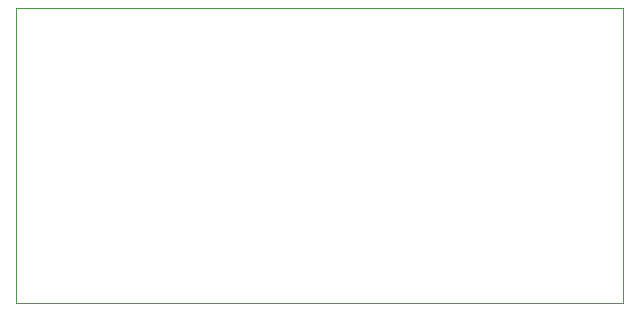
<source format=gm1>
G04 #@! TF.GenerationSoftware,KiCad,Pcbnew,(6.0.2)*
G04 #@! TF.CreationDate,2022-07-27T12:55:18+02:00*
G04 #@! TF.ProjectId,DC-DC-Converter,44432d44-432d-4436-9f6e-766572746572,rev?*
G04 #@! TF.SameCoordinates,Original*
G04 #@! TF.FileFunction,Profile,NP*
%FSLAX46Y46*%
G04 Gerber Fmt 4.6, Leading zero omitted, Abs format (unit mm)*
G04 Created by KiCad (PCBNEW (6.0.2)) date 2022-07-27 12:55:18*
%MOMM*%
%LPD*%
G01*
G04 APERTURE LIST*
G04 #@! TA.AperFunction,Profile*
%ADD10C,0.100000*%
G04 #@! TD*
G04 APERTURE END LIST*
D10*
X58000000Y-118000000D02*
X109450000Y-118000000D01*
X109450000Y-118000000D02*
X109450000Y-143000000D01*
X109450000Y-143000000D02*
X58000000Y-143000000D01*
X58000000Y-143000000D02*
X58000000Y-118000000D01*
M02*

</source>
